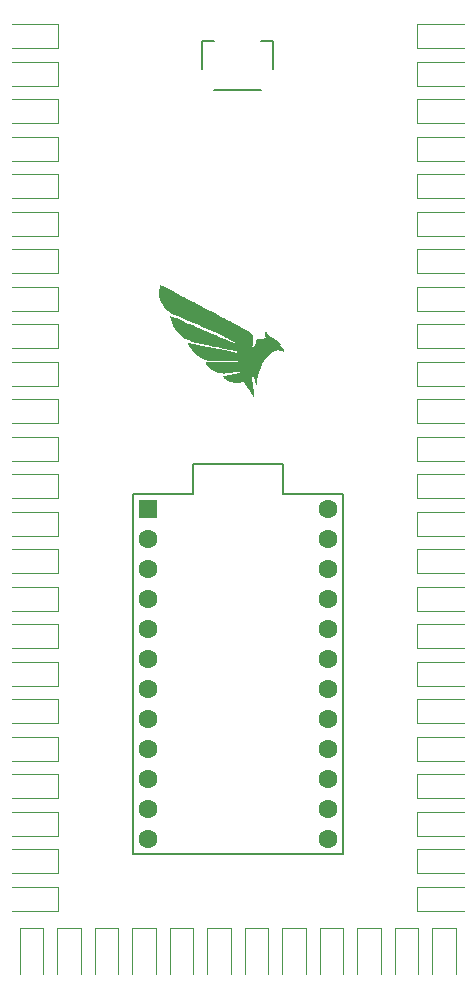
<source format=gbr>
G04 #@! TF.GenerationSoftware,KiCad,Pcbnew,(6.99.0-566-g22ff66f142)*
G04 #@! TF.CreationDate,2022-04-28T17:10:11+03:00*
G04 #@! TF.ProjectId,lumberjerk,6c756d62-6572-46a6-9572-6b2e6b696361,1.2*
G04 #@! TF.SameCoordinates,Original*
G04 #@! TF.FileFunction,Legend,Top*
G04 #@! TF.FilePolarity,Positive*
%FSLAX46Y46*%
G04 Gerber Fmt 4.6, Leading zero omitted, Abs format (unit mm)*
G04 Created by KiCad (PCBNEW (6.99.0-566-g22ff66f142)) date 2022-04-28 17:10:11*
%MOMM*%
%LPD*%
G01*
G04 APERTURE LIST*
%ADD10C,0.120000*%
%ADD11C,0.150000*%
%ADD12R,1.600000X1.600000*%
%ADD13C,1.600000*%
G04 APERTURE END LIST*
G36*
X145889075Y-85352803D02*
G01*
X145937230Y-85371966D01*
X146004436Y-85402741D01*
X146084605Y-85442414D01*
X146125051Y-85463374D01*
X146194197Y-85499750D01*
X146291779Y-85551129D01*
X146415881Y-85616501D01*
X146564587Y-85694855D01*
X146735983Y-85785181D01*
X146928152Y-85886469D01*
X147139178Y-85997708D01*
X147367146Y-86117889D01*
X147610141Y-86246000D01*
X147866246Y-86381031D01*
X148133547Y-86521973D01*
X148410127Y-86667815D01*
X148694071Y-86817546D01*
X148983463Y-86970156D01*
X149276388Y-87124636D01*
X149570930Y-87279974D01*
X149865174Y-87435160D01*
X150157203Y-87589185D01*
X150445102Y-87741037D01*
X150726956Y-87889707D01*
X151000849Y-88034184D01*
X151264865Y-88173458D01*
X151517089Y-88306518D01*
X151755604Y-88432355D01*
X151978497Y-88549957D01*
X152183850Y-88658316D01*
X152369748Y-88756419D01*
X152534276Y-88843258D01*
X152675518Y-88917822D01*
X152791558Y-88979100D01*
X152880481Y-89026082D01*
X152940371Y-89057758D01*
X152951369Y-89063583D01*
X153068450Y-89126088D01*
X153177749Y-89185291D01*
X153274540Y-89238564D01*
X153354097Y-89283281D01*
X153411693Y-89316814D01*
X153442603Y-89336538D01*
X153442953Y-89336801D01*
X153492410Y-89383916D01*
X153549644Y-89453072D01*
X153607452Y-89534041D01*
X153658633Y-89616597D01*
X153695984Y-89690513D01*
X153701238Y-89703563D01*
X153714152Y-89741211D01*
X153722475Y-89778400D01*
X153726565Y-89822532D01*
X153726782Y-89881008D01*
X153723485Y-89961227D01*
X153718162Y-90052430D01*
X153709704Y-90169517D01*
X153699142Y-90265297D01*
X153684146Y-90353216D01*
X153662384Y-90446722D01*
X153631525Y-90559259D01*
X153628410Y-90570127D01*
X153603023Y-90661028D01*
X153582271Y-90740261D01*
X153567744Y-90801353D01*
X153561030Y-90837834D01*
X153561016Y-90844611D01*
X153574155Y-90845873D01*
X153601676Y-90815770D01*
X153642979Y-90755200D01*
X153697464Y-90665065D01*
X153764530Y-90546265D01*
X153785721Y-90507545D01*
X153843625Y-90397647D01*
X153885248Y-90309505D01*
X153913902Y-90235183D01*
X153932898Y-90166742D01*
X153937839Y-90142909D01*
X153954465Y-90059775D01*
X153968414Y-90004662D01*
X153982914Y-89970512D01*
X154001189Y-89950263D01*
X154026465Y-89936858D01*
X154033214Y-89934154D01*
X154064330Y-89927608D01*
X154123761Y-89919738D01*
X154204301Y-89911149D01*
X154298741Y-89902445D01*
X154399876Y-89894231D01*
X154500498Y-89887111D01*
X154593400Y-89881690D01*
X154671376Y-89878573D01*
X154701714Y-89878071D01*
X154757465Y-89873556D01*
X154784360Y-89856904D01*
X154785359Y-89822397D01*
X154763423Y-89764317D01*
X154762116Y-89761434D01*
X154741565Y-89709012D01*
X154729764Y-89655827D01*
X154724889Y-89589755D01*
X154724838Y-89513708D01*
X154727732Y-89436734D01*
X154733193Y-89369253D01*
X154740230Y-89322208D01*
X154743135Y-89311899D01*
X154752578Y-89291735D01*
X154764098Y-89288296D01*
X154783292Y-89305110D01*
X154815761Y-89345706D01*
X154833129Y-89368612D01*
X154885862Y-89432298D01*
X154945453Y-89495296D01*
X154986531Y-89533153D01*
X155050633Y-89583663D01*
X155137925Y-89648110D01*
X155241373Y-89721664D01*
X155353946Y-89799495D01*
X155468611Y-89876773D01*
X155578336Y-89948669D01*
X155676088Y-90010354D01*
X155719877Y-90036805D01*
X155829684Y-90106744D01*
X155914855Y-90174076D01*
X155984565Y-90247249D01*
X156047989Y-90334711D01*
X156054605Y-90344985D01*
X156070620Y-90370178D01*
X156075243Y-90386706D01*
X156063187Y-90399794D01*
X156029162Y-90414670D01*
X155967879Y-90436559D01*
X155958610Y-90439846D01*
X155951875Y-90453090D01*
X155973402Y-90479974D01*
X156003078Y-90505705D01*
X156134423Y-90620182D01*
X156233421Y-90724341D01*
X156301248Y-90819779D01*
X156339077Y-90908092D01*
X156348534Y-90975525D01*
X156348708Y-91032161D01*
X156148603Y-90962373D01*
X155998253Y-90916969D01*
X155865294Y-90894147D01*
X155741582Y-90894756D01*
X155618972Y-90919643D01*
X155489321Y-90969653D01*
X155344484Y-91045634D01*
X155343736Y-91046065D01*
X155165441Y-91160614D01*
X155005791Y-91289634D01*
X154861212Y-91437264D01*
X154728129Y-91607644D01*
X154602967Y-91804914D01*
X154482152Y-92033212D01*
X154470481Y-92057265D01*
X154341400Y-92355711D01*
X154227618Y-92682186D01*
X154130550Y-93031968D01*
X154051611Y-93400332D01*
X154028354Y-93533828D01*
X154007539Y-93659146D01*
X153991017Y-93751787D01*
X153977581Y-93814221D01*
X153966024Y-93848920D01*
X153955139Y-93858353D01*
X153943722Y-93844990D01*
X153930564Y-93811301D01*
X153915815Y-93764247D01*
X153836229Y-93447272D01*
X153783184Y-93110239D01*
X153758387Y-92800256D01*
X153753128Y-92709698D01*
X153746991Y-92637321D01*
X153740555Y-92588201D01*
X153734396Y-92567413D01*
X153732012Y-92568386D01*
X153723628Y-92594959D01*
X153711106Y-92648956D01*
X153696094Y-92722699D01*
X153680239Y-92808510D01*
X153679157Y-92814675D01*
X153660128Y-92938662D01*
X153646866Y-93063380D01*
X153639565Y-93192706D01*
X153638415Y-93330518D01*
X153643609Y-93480692D01*
X153655340Y-93647106D01*
X153673798Y-93833637D01*
X153699177Y-94044162D01*
X153731668Y-94282557D01*
X153762204Y-94491229D01*
X153779609Y-94609629D01*
X153794600Y-94715885D01*
X153806537Y-94805094D01*
X153814781Y-94872355D01*
X153818690Y-94912769D01*
X153818514Y-94922449D01*
X153805854Y-94911751D01*
X153776173Y-94877405D01*
X153733562Y-94824397D01*
X153682112Y-94757714D01*
X153667644Y-94738555D01*
X153408169Y-94365928D01*
X153170314Y-93967579D01*
X153044228Y-93728262D01*
X153002300Y-93646258D01*
X152969199Y-93591893D01*
X152937493Y-93561163D01*
X152899754Y-93550062D01*
X152848552Y-93554587D01*
X152776457Y-93570733D01*
X152759573Y-93574836D01*
X152518765Y-93621804D01*
X152296557Y-93640492D01*
X152089671Y-93630671D01*
X151894830Y-93592112D01*
X151708754Y-93524585D01*
X151651635Y-93497380D01*
X151549746Y-93439797D01*
X151447446Y-93370914D01*
X151351660Y-93296395D01*
X151269315Y-93221904D01*
X151207335Y-93153104D01*
X151179875Y-93111553D01*
X151164378Y-93077258D01*
X151170004Y-93061644D01*
X151194642Y-93053899D01*
X151223398Y-93048087D01*
X151281925Y-93036804D01*
X151365009Y-93021024D01*
X151467435Y-93001719D01*
X151583988Y-92979863D01*
X151709455Y-92956427D01*
X151838619Y-92932384D01*
X151966268Y-92908707D01*
X152087185Y-92886369D01*
X152196157Y-92866342D01*
X152287968Y-92849599D01*
X152346607Y-92839035D01*
X152456295Y-92817933D01*
X152534940Y-92798540D01*
X152586881Y-92778887D01*
X152616457Y-92757003D01*
X152628009Y-92730919D01*
X152627974Y-92711340D01*
X152616833Y-92674728D01*
X152587131Y-92659505D01*
X152568946Y-92657076D01*
X152537251Y-92659215D01*
X152476135Y-92667829D01*
X152390971Y-92681992D01*
X152287132Y-92700774D01*
X152169991Y-92723247D01*
X152070907Y-92743137D01*
X151828150Y-92789423D01*
X151613523Y-92822550D01*
X151422141Y-92842610D01*
X151249118Y-92849692D01*
X151089570Y-92843890D01*
X150938611Y-92825293D01*
X150791357Y-92793993D01*
X150701299Y-92768712D01*
X150565122Y-92719292D01*
X150421007Y-92653505D01*
X150284210Y-92578863D01*
X150187169Y-92515576D01*
X150111348Y-92456300D01*
X150029324Y-92384457D01*
X149945419Y-92304709D01*
X149863953Y-92221716D01*
X149789246Y-92140143D01*
X149725618Y-92064650D01*
X149677390Y-91999901D01*
X149648882Y-91950557D01*
X149642965Y-91928313D01*
X149645807Y-91923267D01*
X149655850Y-91918927D01*
X149675373Y-91915262D01*
X149706654Y-91912242D01*
X149751972Y-91909835D01*
X149813604Y-91908011D01*
X149893829Y-91906739D01*
X149994926Y-91905987D01*
X150119172Y-91905725D01*
X150268846Y-91905921D01*
X150446225Y-91906545D01*
X150653590Y-91907566D01*
X150893216Y-91908953D01*
X151012989Y-91909693D01*
X151274644Y-91911308D01*
X151502917Y-91912583D01*
X151700000Y-91913409D01*
X151868085Y-91913680D01*
X152009363Y-91913287D01*
X152126028Y-91912123D01*
X152220269Y-91910081D01*
X152294279Y-91907053D01*
X152350251Y-91902931D01*
X152390374Y-91897608D01*
X152416842Y-91890976D01*
X152431847Y-91882929D01*
X152437579Y-91873357D01*
X152436231Y-91862154D01*
X152429994Y-91849212D01*
X152424724Y-91840415D01*
X152419256Y-91834021D01*
X152409553Y-91828487D01*
X152393062Y-91823724D01*
X152367231Y-91819640D01*
X152329510Y-91816147D01*
X152277347Y-91813154D01*
X152208189Y-91810571D01*
X152119485Y-91808308D01*
X152008684Y-91806275D01*
X151873234Y-91804381D01*
X151710583Y-91802538D01*
X151518180Y-91800654D01*
X151293473Y-91798639D01*
X151224093Y-91798037D01*
X150988835Y-91795956D01*
X150786255Y-91794012D01*
X150613459Y-91792103D01*
X150467554Y-91790126D01*
X150345644Y-91787978D01*
X150244835Y-91785557D01*
X150162233Y-91782761D01*
X150094944Y-91779488D01*
X150040072Y-91775634D01*
X149994723Y-91771098D01*
X149956003Y-91765777D01*
X149921018Y-91759568D01*
X149886872Y-91752370D01*
X149878160Y-91750411D01*
X149720147Y-91711246D01*
X149583752Y-91669104D01*
X149455078Y-91619021D01*
X149320224Y-91556034D01*
X149287223Y-91539379D01*
X149060377Y-91406738D01*
X148853479Y-91249828D01*
X148664301Y-91066395D01*
X148490612Y-90854187D01*
X148330185Y-90610951D01*
X148277094Y-90518680D01*
X148247563Y-90457031D01*
X148224574Y-90393112D01*
X148209700Y-90334371D01*
X148204514Y-90288254D01*
X148210592Y-90262209D01*
X148222389Y-90259906D01*
X148243931Y-90264897D01*
X148297597Y-90276301D01*
X148380738Y-90293584D01*
X148490703Y-90316213D01*
X148624845Y-90343655D01*
X148780514Y-90375377D01*
X148955059Y-90410846D01*
X149145833Y-90449529D01*
X149350185Y-90490892D01*
X149565466Y-90534403D01*
X149789027Y-90579527D01*
X150018219Y-90625733D01*
X150250392Y-90672487D01*
X150482897Y-90719256D01*
X150713085Y-90765507D01*
X150938305Y-90810706D01*
X151155910Y-90854320D01*
X151363249Y-90895817D01*
X151557673Y-90934663D01*
X151736534Y-90970326D01*
X151897180Y-91002271D01*
X152036964Y-91029966D01*
X152153236Y-91052878D01*
X152243347Y-91070473D01*
X152304646Y-91082219D01*
X152334486Y-91087582D01*
X152336861Y-91087867D01*
X152357700Y-91073885D01*
X152364159Y-91041409D01*
X152355860Y-91004650D01*
X152339641Y-90982744D01*
X152318594Y-90975946D01*
X152265443Y-90962710D01*
X152182954Y-90943634D01*
X152073896Y-90919315D01*
X151941034Y-90890352D01*
X151787135Y-90857341D01*
X151614967Y-90820882D01*
X151427298Y-90781572D01*
X151226893Y-90740009D01*
X151016519Y-90696790D01*
X151010054Y-90695468D01*
X150681943Y-90628331D01*
X150386666Y-90567754D01*
X150122179Y-90513287D01*
X149886439Y-90464483D01*
X149677401Y-90420892D01*
X149493022Y-90382065D01*
X149331259Y-90347553D01*
X149190068Y-90316908D01*
X149067406Y-90289680D01*
X148961229Y-90265421D01*
X148869493Y-90243681D01*
X148790156Y-90224012D01*
X148721173Y-90205965D01*
X148660501Y-90189090D01*
X148606096Y-90172939D01*
X148555916Y-90157063D01*
X148549058Y-90154819D01*
X148246415Y-90038321D01*
X147967645Y-89895693D01*
X147713251Y-89727431D01*
X147483737Y-89534032D01*
X147279606Y-89315990D01*
X147101359Y-89073803D01*
X146949501Y-88807966D01*
X146824534Y-88518975D01*
X146789677Y-88419800D01*
X146761727Y-88329331D01*
X146736558Y-88236015D01*
X146715594Y-88146677D01*
X146700255Y-88068144D01*
X146691964Y-88007242D01*
X146692141Y-87970797D01*
X146694886Y-87964611D01*
X146712020Y-87970454D01*
X146760121Y-87989672D01*
X146837497Y-88021543D01*
X146942452Y-88065347D01*
X147073291Y-88120363D01*
X147228321Y-88185872D01*
X147405847Y-88261152D01*
X147604174Y-88345483D01*
X147821608Y-88438145D01*
X148056454Y-88538416D01*
X148307018Y-88645576D01*
X148571605Y-88758905D01*
X148848521Y-88877682D01*
X149136071Y-89001186D01*
X149432561Y-89128697D01*
X149450100Y-89136245D01*
X149747162Y-89264001D01*
X150035449Y-89387799D01*
X150313263Y-89506919D01*
X150578903Y-89620638D01*
X150830670Y-89728235D01*
X151066864Y-89828988D01*
X151285787Y-89922177D01*
X151485738Y-90007078D01*
X151665018Y-90082971D01*
X151821927Y-90149134D01*
X151954766Y-90204846D01*
X152061835Y-90249384D01*
X152141436Y-90282028D01*
X152191867Y-90302055D01*
X152211431Y-90308745D01*
X152211578Y-90308711D01*
X152213365Y-90291223D01*
X152185043Y-90259128D01*
X152128352Y-90213669D01*
X152045030Y-90156087D01*
X151936817Y-90087627D01*
X151805452Y-90009531D01*
X151741845Y-89973049D01*
X151633323Y-89911759D01*
X151527824Y-89852791D01*
X151431815Y-89799714D01*
X151351764Y-89756096D01*
X151294138Y-89725508D01*
X151282011Y-89719316D01*
X151241027Y-89699834D01*
X151169964Y-89667346D01*
X151071393Y-89622974D01*
X150947883Y-89567841D01*
X150802003Y-89503070D01*
X150636323Y-89429783D01*
X150453413Y-89349104D01*
X150255842Y-89262155D01*
X150046180Y-89170059D01*
X149826997Y-89073938D01*
X149600862Y-88974916D01*
X149370344Y-88874116D01*
X149138014Y-88772659D01*
X148906441Y-88671669D01*
X148678195Y-88572269D01*
X148455844Y-88475581D01*
X148241960Y-88382728D01*
X148039111Y-88294833D01*
X147849867Y-88213018D01*
X147676797Y-88138407D01*
X147522472Y-88072123D01*
X147389461Y-88015287D01*
X147280333Y-87969023D01*
X147197658Y-87934454D01*
X147188344Y-87930612D01*
X147009476Y-87854455D01*
X146859123Y-87784186D01*
X146731483Y-87716313D01*
X146620756Y-87647345D01*
X146521139Y-87573791D01*
X146426832Y-87492159D01*
X146371642Y-87439101D01*
X146184233Y-87230803D01*
X146030655Y-87011646D01*
X145910765Y-86781315D01*
X145824417Y-86539494D01*
X145771467Y-86285868D01*
X145753670Y-86089688D01*
X145752141Y-85973714D01*
X145756672Y-85853153D01*
X145766408Y-85733646D01*
X145780495Y-85620831D01*
X145798079Y-85520350D01*
X145818304Y-85437840D01*
X145840317Y-85378943D01*
X145863262Y-85349298D01*
X145866061Y-85347965D01*
X145889075Y-85352803D01*
G37*
D10*
X137187468Y-112918750D02*
X137187468Y-110918750D01*
X137187468Y-112918750D02*
X133287468Y-112918750D01*
X137187468Y-110918750D02*
X133287468Y-110918750D01*
X164512468Y-139831250D02*
X162512468Y-139831250D01*
X164512468Y-139831250D02*
X164512468Y-143731250D01*
X162512468Y-139831250D02*
X162512468Y-143731250D01*
X167612468Y-110918750D02*
X167612468Y-112918750D01*
X167612468Y-110918750D02*
X171512468Y-110918750D01*
X167612468Y-112918750D02*
X171512468Y-112918750D01*
X148637468Y-139831250D02*
X146637468Y-139831250D01*
X148637468Y-139831250D02*
X148637468Y-143731250D01*
X146637468Y-139831250D02*
X146637468Y-143731250D01*
X137187468Y-74818750D02*
X137187468Y-72818750D01*
X137187468Y-74818750D02*
X133287468Y-74818750D01*
X137187468Y-72818750D02*
X133287468Y-72818750D01*
X167612468Y-120443750D02*
X167612468Y-122443750D01*
X167612468Y-120443750D02*
X171512468Y-120443750D01*
X167612468Y-122443750D02*
X171512468Y-122443750D01*
X167612468Y-133143750D02*
X167612468Y-135143750D01*
X167612468Y-133143750D02*
X171512468Y-133143750D01*
X167612468Y-135143750D02*
X171512468Y-135143750D01*
X167612468Y-75993750D02*
X167612468Y-77993750D01*
X167612468Y-75993750D02*
X171512468Y-75993750D01*
X167612468Y-77993750D02*
X171512468Y-77993750D01*
X167612468Y-123618750D02*
X167612468Y-125618750D01*
X167612468Y-123618750D02*
X171512468Y-123618750D01*
X167612468Y-125618750D02*
X171512468Y-125618750D01*
X145462468Y-139831250D02*
X143462468Y-139831250D01*
X145462468Y-139831250D02*
X145462468Y-143731250D01*
X143462468Y-139831250D02*
X143462468Y-143731250D01*
X167612468Y-136318750D02*
X167612468Y-138318750D01*
X167612468Y-136318750D02*
X171512468Y-136318750D01*
X167612468Y-138318750D02*
X171512468Y-138318750D01*
X137187468Y-109743750D02*
X137187468Y-107743750D01*
X137187468Y-109743750D02*
X133287468Y-109743750D01*
X137187468Y-107743750D02*
X133287468Y-107743750D01*
X137187468Y-116093750D02*
X137187468Y-114093750D01*
X137187468Y-116093750D02*
X133287468Y-116093750D01*
X137187468Y-114093750D02*
X133287468Y-114093750D01*
X137187468Y-87518750D02*
X137187468Y-85518750D01*
X137187468Y-87518750D02*
X133287468Y-87518750D01*
X137187468Y-85518750D02*
X133287468Y-85518750D01*
X167612468Y-85518750D02*
X167612468Y-87518750D01*
X167612468Y-85518750D02*
X171512468Y-85518750D01*
X167612468Y-87518750D02*
X171512468Y-87518750D01*
X137187468Y-68468750D02*
X137187468Y-66468750D01*
X137187468Y-68468750D02*
X133287468Y-68468750D01*
X137187468Y-66468750D02*
X133287468Y-66468750D01*
X170862468Y-139831250D02*
X168862468Y-139831250D01*
X170862468Y-139831250D02*
X170862468Y-143731250D01*
X168862468Y-139831250D02*
X168862468Y-143731250D01*
X139112468Y-139831250D02*
X137112468Y-139831250D01*
X139112468Y-139831250D02*
X139112468Y-143731250D01*
X137112468Y-139831250D02*
X137112468Y-143731250D01*
X167612468Y-69643750D02*
X167612468Y-71643750D01*
X167612468Y-69643750D02*
X171512468Y-69643750D01*
X167612468Y-71643750D02*
X171512468Y-71643750D01*
X167612468Y-72818750D02*
X167612468Y-74818750D01*
X167612468Y-72818750D02*
X171512468Y-72818750D01*
X167612468Y-74818750D02*
X171512468Y-74818750D01*
X137187468Y-125618750D02*
X137187468Y-123618750D01*
X137187468Y-125618750D02*
X133287468Y-125618750D01*
X137187468Y-123618750D02*
X133287468Y-123618750D01*
X167612468Y-107743750D02*
X167612468Y-109743750D01*
X167612468Y-107743750D02*
X171512468Y-107743750D01*
X167612468Y-109743750D02*
X171512468Y-109743750D01*
X167612468Y-91868750D02*
X167612468Y-93868750D01*
X167612468Y-91868750D02*
X171512468Y-91868750D01*
X167612468Y-93868750D02*
X171512468Y-93868750D01*
X137187468Y-138318750D02*
X137187468Y-136318750D01*
X137187468Y-138318750D02*
X133287468Y-138318750D01*
X137187468Y-136318750D02*
X133287468Y-136318750D01*
X137187468Y-81168750D02*
X137187468Y-79168750D01*
X137187468Y-81168750D02*
X133287468Y-81168750D01*
X137187468Y-79168750D02*
X133287468Y-79168750D01*
X167612468Y-117268750D02*
X167612468Y-119268750D01*
X167612468Y-117268750D02*
X171512468Y-117268750D01*
X167612468Y-119268750D02*
X171512468Y-119268750D01*
X137187468Y-135143750D02*
X137187468Y-133143750D01*
X137187468Y-135143750D02*
X133287468Y-135143750D01*
X137187468Y-133143750D02*
X133287468Y-133143750D01*
X167612468Y-66468750D02*
X167612468Y-68468750D01*
X167612468Y-66468750D02*
X171512468Y-66468750D01*
X167612468Y-68468750D02*
X171512468Y-68468750D01*
X167612468Y-126793750D02*
X167612468Y-128793750D01*
X167612468Y-126793750D02*
X171512468Y-126793750D01*
X167612468Y-128793750D02*
X171512468Y-128793750D01*
X137187468Y-90693750D02*
X137187468Y-88693750D01*
X137187468Y-90693750D02*
X133287468Y-90693750D01*
X137187468Y-88693750D02*
X133287468Y-88693750D01*
X167612468Y-79168750D02*
X167612468Y-81168750D01*
X167612468Y-79168750D02*
X171512468Y-79168750D01*
X167612468Y-81168750D02*
X171512468Y-81168750D01*
X167687468Y-139831250D02*
X165687468Y-139831250D01*
X167687468Y-139831250D02*
X167687468Y-143731250D01*
X165687468Y-139831250D02*
X165687468Y-143731250D01*
X154987468Y-139831250D02*
X152987468Y-139831250D01*
X154987468Y-139831250D02*
X154987468Y-143731250D01*
X152987468Y-139831250D02*
X152987468Y-143731250D01*
X167612468Y-104568750D02*
X167612468Y-106568750D01*
X167612468Y-104568750D02*
X171512468Y-104568750D01*
X167612468Y-106568750D02*
X171512468Y-106568750D01*
X167612468Y-98218750D02*
X167612468Y-100218750D01*
X167612468Y-98218750D02*
X171512468Y-98218750D01*
X167612468Y-100218750D02*
X171512468Y-100218750D01*
X137187468Y-93868750D02*
X137187468Y-91868750D01*
X137187468Y-93868750D02*
X133287468Y-93868750D01*
X137187468Y-91868750D02*
X133287468Y-91868750D01*
X167612468Y-129968750D02*
X167612468Y-131968750D01*
X167612468Y-129968750D02*
X171512468Y-129968750D01*
X167612468Y-131968750D02*
X171512468Y-131968750D01*
X137187468Y-84343750D02*
X137187468Y-82343750D01*
X137187468Y-84343750D02*
X133287468Y-84343750D01*
X137187468Y-82343750D02*
X133287468Y-82343750D01*
X137187468Y-65293750D02*
X137187468Y-63293750D01*
X137187468Y-65293750D02*
X133287468Y-65293750D01*
X137187468Y-63293750D02*
X133287468Y-63293750D01*
X167612468Y-82343750D02*
X167612468Y-84343750D01*
X167612468Y-82343750D02*
X171512468Y-82343750D01*
X167612468Y-84343750D02*
X171512468Y-84343750D01*
X167612468Y-88693750D02*
X167612468Y-90693750D01*
X167612468Y-88693750D02*
X171512468Y-88693750D01*
X167612468Y-90693750D02*
X171512468Y-90693750D01*
X137187468Y-77993750D02*
X137187468Y-75993750D01*
X137187468Y-77993750D02*
X133287468Y-77993750D01*
X137187468Y-75993750D02*
X133287468Y-75993750D01*
D11*
X149399968Y-64656250D02*
X150399968Y-64656250D01*
X149399968Y-67056250D02*
X149399968Y-64656250D01*
X154399968Y-64656250D02*
X155399968Y-64656250D01*
X154399968Y-68856250D02*
X150399968Y-68856250D01*
X155399968Y-64656250D02*
X155399968Y-67056250D01*
D10*
X151812468Y-139831250D02*
X149812468Y-139831250D01*
X151812468Y-139831250D02*
X151812468Y-143731250D01*
X149812468Y-139831250D02*
X149812468Y-143731250D01*
X135937468Y-139831250D02*
X133937468Y-139831250D01*
X135937468Y-139831250D02*
X135937468Y-143731250D01*
X133937468Y-139831250D02*
X133937468Y-143731250D01*
X137187468Y-131968750D02*
X137187468Y-129968750D01*
X137187468Y-131968750D02*
X133287468Y-131968750D01*
X137187468Y-129968750D02*
X133287468Y-129968750D01*
X137187468Y-122443750D02*
X137187468Y-120443750D01*
X137187468Y-122443750D02*
X133287468Y-122443750D01*
X137187468Y-120443750D02*
X133287468Y-120443750D01*
X137187468Y-97043750D02*
X137187468Y-95043750D01*
X137187468Y-97043750D02*
X133287468Y-97043750D01*
X137187468Y-95043750D02*
X133287468Y-95043750D01*
X158162468Y-139831250D02*
X156162468Y-139831250D01*
X158162468Y-139831250D02*
X158162468Y-143731250D01*
X156162468Y-139831250D02*
X156162468Y-143731250D01*
D11*
X156209968Y-100488750D02*
X156209968Y-103028750D01*
X148589968Y-100488750D02*
X156209968Y-100488750D01*
X161289968Y-103028750D02*
X161289968Y-133508750D01*
X156209968Y-103028750D02*
X161289968Y-103028750D01*
X148589968Y-103028750D02*
X148589968Y-100488750D01*
X143509968Y-103028750D02*
X148589968Y-103028750D01*
X143509968Y-103028750D02*
X143509968Y-133508750D01*
X161289968Y-133508750D02*
X143509968Y-133508750D01*
D10*
X167612468Y-114093750D02*
X167612468Y-116093750D01*
X167612468Y-114093750D02*
X171512468Y-114093750D01*
X167612468Y-116093750D02*
X171512468Y-116093750D01*
X167612468Y-63293750D02*
X167612468Y-65293750D01*
X167612468Y-63293750D02*
X171512468Y-63293750D01*
X167612468Y-65293750D02*
X171512468Y-65293750D01*
X167612468Y-95043750D02*
X167612468Y-97043750D01*
X167612468Y-95043750D02*
X171512468Y-95043750D01*
X167612468Y-97043750D02*
X171512468Y-97043750D01*
X142287468Y-139831250D02*
X140287468Y-139831250D01*
X142287468Y-139831250D02*
X142287468Y-143731250D01*
X140287468Y-139831250D02*
X140287468Y-143731250D01*
X161337468Y-139831250D02*
X159337468Y-139831250D01*
X161337468Y-139831250D02*
X161337468Y-143731250D01*
X159337468Y-139831250D02*
X159337468Y-143731250D01*
X167612468Y-101393750D02*
X167612468Y-103393750D01*
X167612468Y-101393750D02*
X171512468Y-101393750D01*
X167612468Y-103393750D02*
X171512468Y-103393750D01*
X137187468Y-119268750D02*
X137187468Y-117268750D01*
X137187468Y-119268750D02*
X133287468Y-119268750D01*
X137187468Y-117268750D02*
X133287468Y-117268750D01*
X137187468Y-106568750D02*
X137187468Y-104568750D01*
X137187468Y-106568750D02*
X133287468Y-106568750D01*
X137187468Y-104568750D02*
X133287468Y-104568750D01*
X137187468Y-128793750D02*
X137187468Y-126793750D01*
X137187468Y-128793750D02*
X133287468Y-128793750D01*
X137187468Y-126793750D02*
X133287468Y-126793750D01*
X137187468Y-100218750D02*
X137187468Y-98218750D01*
X137187468Y-100218750D02*
X133287468Y-100218750D01*
X137187468Y-98218750D02*
X133287468Y-98218750D01*
X137187468Y-103393750D02*
X137187468Y-101393750D01*
X137187468Y-103393750D02*
X133287468Y-103393750D01*
X137187468Y-101393750D02*
X133287468Y-101393750D01*
X137187468Y-71643750D02*
X137187468Y-69643750D01*
X137187468Y-71643750D02*
X133287468Y-71643750D01*
X137187468Y-69643750D02*
X133287468Y-69643750D01*
D12*
X144779967Y-104298749D03*
D13*
X144779968Y-106838750D03*
X144779968Y-109378750D03*
X144779968Y-111918750D03*
X144779968Y-114458750D03*
X144779968Y-116998750D03*
X144779968Y-119538750D03*
X144779968Y-122078750D03*
X144779968Y-124618750D03*
X144779968Y-127158750D03*
X144779968Y-129698750D03*
X144779968Y-132238750D03*
X160019968Y-132238750D03*
X160019968Y-129698750D03*
X160019968Y-127158750D03*
X160019968Y-124618750D03*
X160019968Y-122078750D03*
X160019968Y-119538750D03*
X160019968Y-116998750D03*
X160019968Y-114458750D03*
X160019968Y-111918750D03*
X160019968Y-109378750D03*
X160019968Y-106838750D03*
X160019968Y-104298750D03*
M02*

</source>
